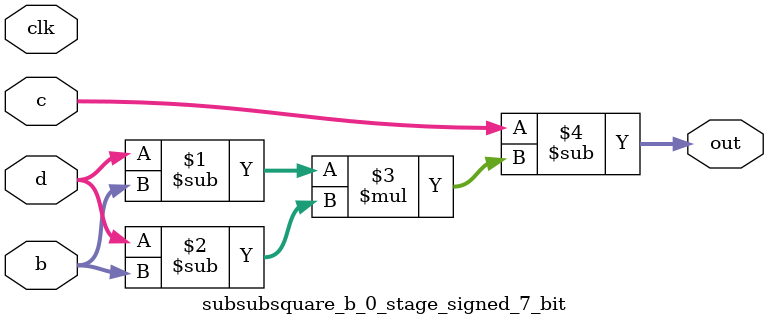
<source format=sv>
(* use_dsp = "yes" *) module subsubsquare_b_0_stage_signed_7_bit(
	input signed [6:0] b,
	input signed [6:0] c,
	input signed [6:0] d,
	output [6:0] out,
	input clk);

	assign out = c - ((d - b) * (d - b));
endmodule

</source>
